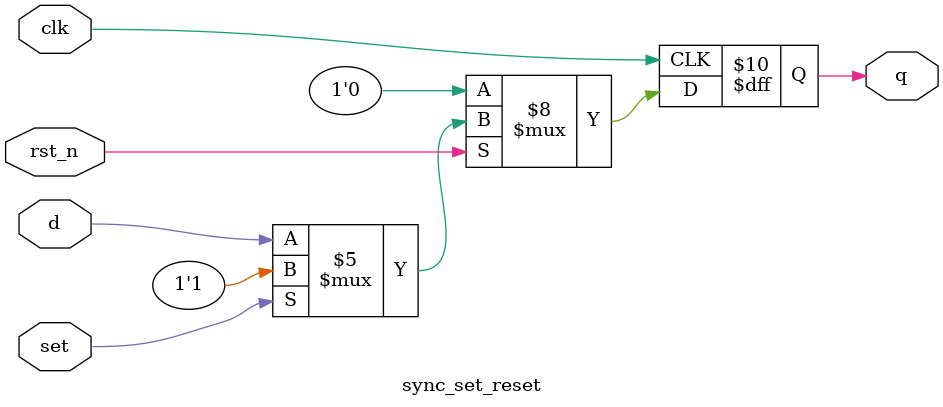
<source format=v>
module sync_set_reset(clk,rst_n,set,d,q);
    input clk,rst_n,set,d;
    output reg q;
    always @(posedge clk)
        begin
            if(!rst_n)
                q<=0;
            else if(set==1)
                q<=1;
            else
                q<=d;
        end
endmodule

</source>
